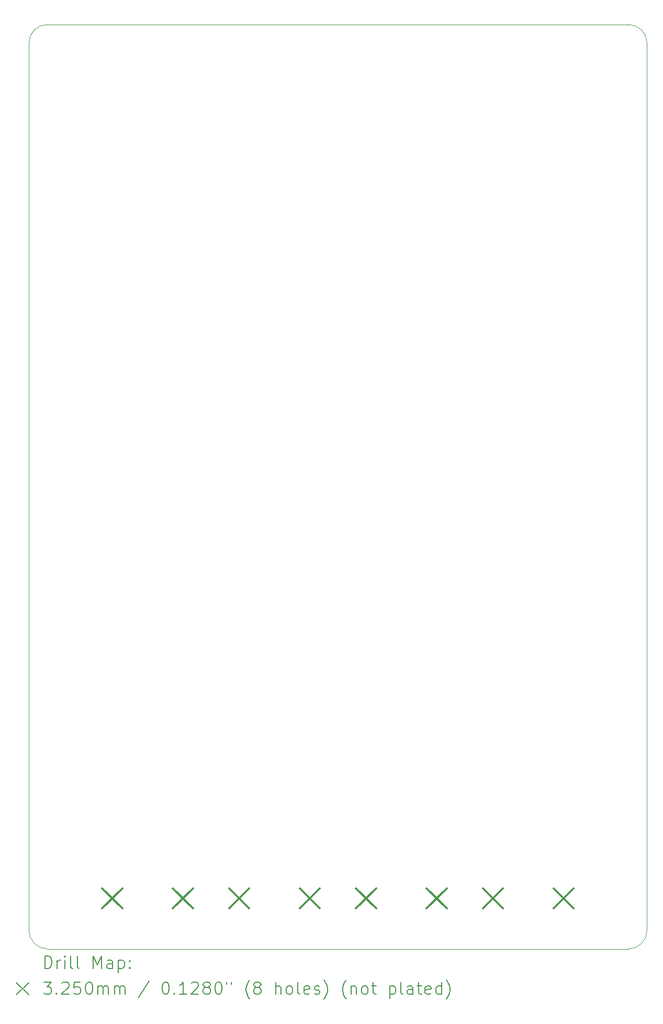
<source format=gbr>
%TF.GenerationSoftware,KiCad,Pcbnew,8.0.5-8.0.5-0~ubuntu22.04.1*%
%TF.CreationDate,2024-09-18T21:08:24+02:00*%
%TF.ProjectId,ohsim_launchpad,6f687369-6d5f-46c6-9175-6e6368706164,rev?*%
%TF.SameCoordinates,Original*%
%TF.FileFunction,Drillmap*%
%TF.FilePolarity,Positive*%
%FSLAX45Y45*%
G04 Gerber Fmt 4.5, Leading zero omitted, Abs format (unit mm)*
G04 Created by KiCad (PCBNEW 8.0.5-8.0.5-0~ubuntu22.04.1) date 2024-09-18 21:08:24*
%MOMM*%
%LPD*%
G01*
G04 APERTURE LIST*
%ADD10C,0.050000*%
%ADD11C,0.200000*%
%ADD12C,0.325000*%
G04 APERTURE END LIST*
D10*
X27500000Y-20650000D02*
G75*
G02*
X27200000Y-20950000I-300000J0D01*
G01*
X27200000Y-6000000D02*
G75*
G02*
X27500000Y-6300000I0J-300000D01*
G01*
X17500000Y-6300000D02*
X17500000Y-20650000D01*
X27200000Y-6000000D02*
X17800000Y-6000000D01*
X17800000Y-20950000D02*
X27200000Y-20950000D01*
X27500000Y-20650000D02*
X27500000Y-6300000D01*
X17500000Y-6300000D02*
G75*
G02*
X17800000Y-6000000I300000J0D01*
G01*
X17800000Y-20950000D02*
G75*
G02*
X17500000Y-20650000I0J300000D01*
G01*
D11*
D12*
X18686750Y-19972500D02*
X19011750Y-20297500D01*
X19011750Y-19972500D02*
X18686750Y-20297500D01*
X19829750Y-19972500D02*
X20154750Y-20297500D01*
X20154750Y-19972500D02*
X19829750Y-20297500D01*
X20739583Y-19972500D02*
X21064583Y-20297500D01*
X21064583Y-19972500D02*
X20739583Y-20297500D01*
X21882583Y-19972500D02*
X22207583Y-20297500D01*
X22207583Y-19972500D02*
X21882583Y-20297500D01*
X22792417Y-19972500D02*
X23117417Y-20297500D01*
X23117417Y-19972500D02*
X22792417Y-20297500D01*
X23935417Y-19972500D02*
X24260417Y-20297500D01*
X24260417Y-19972500D02*
X23935417Y-20297500D01*
X24845250Y-19972500D02*
X25170250Y-20297500D01*
X25170250Y-19972500D02*
X24845250Y-20297500D01*
X25988250Y-19972500D02*
X26313250Y-20297500D01*
X26313250Y-19972500D02*
X25988250Y-20297500D01*
D11*
X17758277Y-21263984D02*
X17758277Y-21063984D01*
X17758277Y-21063984D02*
X17805896Y-21063984D01*
X17805896Y-21063984D02*
X17834467Y-21073508D01*
X17834467Y-21073508D02*
X17853515Y-21092555D01*
X17853515Y-21092555D02*
X17863039Y-21111603D01*
X17863039Y-21111603D02*
X17872563Y-21149698D01*
X17872563Y-21149698D02*
X17872563Y-21178270D01*
X17872563Y-21178270D02*
X17863039Y-21216365D01*
X17863039Y-21216365D02*
X17853515Y-21235412D01*
X17853515Y-21235412D02*
X17834467Y-21254460D01*
X17834467Y-21254460D02*
X17805896Y-21263984D01*
X17805896Y-21263984D02*
X17758277Y-21263984D01*
X17958277Y-21263984D02*
X17958277Y-21130650D01*
X17958277Y-21168746D02*
X17967801Y-21149698D01*
X17967801Y-21149698D02*
X17977324Y-21140174D01*
X17977324Y-21140174D02*
X17996372Y-21130650D01*
X17996372Y-21130650D02*
X18015420Y-21130650D01*
X18082086Y-21263984D02*
X18082086Y-21130650D01*
X18082086Y-21063984D02*
X18072563Y-21073508D01*
X18072563Y-21073508D02*
X18082086Y-21083031D01*
X18082086Y-21083031D02*
X18091610Y-21073508D01*
X18091610Y-21073508D02*
X18082086Y-21063984D01*
X18082086Y-21063984D02*
X18082086Y-21083031D01*
X18205896Y-21263984D02*
X18186848Y-21254460D01*
X18186848Y-21254460D02*
X18177324Y-21235412D01*
X18177324Y-21235412D02*
X18177324Y-21063984D01*
X18310658Y-21263984D02*
X18291610Y-21254460D01*
X18291610Y-21254460D02*
X18282086Y-21235412D01*
X18282086Y-21235412D02*
X18282086Y-21063984D01*
X18539229Y-21263984D02*
X18539229Y-21063984D01*
X18539229Y-21063984D02*
X18605896Y-21206841D01*
X18605896Y-21206841D02*
X18672563Y-21063984D01*
X18672563Y-21063984D02*
X18672563Y-21263984D01*
X18853515Y-21263984D02*
X18853515Y-21159222D01*
X18853515Y-21159222D02*
X18843991Y-21140174D01*
X18843991Y-21140174D02*
X18824944Y-21130650D01*
X18824944Y-21130650D02*
X18786848Y-21130650D01*
X18786848Y-21130650D02*
X18767801Y-21140174D01*
X18853515Y-21254460D02*
X18834467Y-21263984D01*
X18834467Y-21263984D02*
X18786848Y-21263984D01*
X18786848Y-21263984D02*
X18767801Y-21254460D01*
X18767801Y-21254460D02*
X18758277Y-21235412D01*
X18758277Y-21235412D02*
X18758277Y-21216365D01*
X18758277Y-21216365D02*
X18767801Y-21197317D01*
X18767801Y-21197317D02*
X18786848Y-21187793D01*
X18786848Y-21187793D02*
X18834467Y-21187793D01*
X18834467Y-21187793D02*
X18853515Y-21178270D01*
X18948753Y-21130650D02*
X18948753Y-21330650D01*
X18948753Y-21140174D02*
X18967801Y-21130650D01*
X18967801Y-21130650D02*
X19005896Y-21130650D01*
X19005896Y-21130650D02*
X19024944Y-21140174D01*
X19024944Y-21140174D02*
X19034467Y-21149698D01*
X19034467Y-21149698D02*
X19043991Y-21168746D01*
X19043991Y-21168746D02*
X19043991Y-21225889D01*
X19043991Y-21225889D02*
X19034467Y-21244936D01*
X19034467Y-21244936D02*
X19024944Y-21254460D01*
X19024944Y-21254460D02*
X19005896Y-21263984D01*
X19005896Y-21263984D02*
X18967801Y-21263984D01*
X18967801Y-21263984D02*
X18948753Y-21254460D01*
X19129705Y-21244936D02*
X19139229Y-21254460D01*
X19139229Y-21254460D02*
X19129705Y-21263984D01*
X19129705Y-21263984D02*
X19120182Y-21254460D01*
X19120182Y-21254460D02*
X19129705Y-21244936D01*
X19129705Y-21244936D02*
X19129705Y-21263984D01*
X19129705Y-21140174D02*
X19139229Y-21149698D01*
X19139229Y-21149698D02*
X19129705Y-21159222D01*
X19129705Y-21159222D02*
X19120182Y-21149698D01*
X19120182Y-21149698D02*
X19129705Y-21140174D01*
X19129705Y-21140174D02*
X19129705Y-21159222D01*
X17297500Y-21492500D02*
X17497500Y-21692500D01*
X17497500Y-21492500D02*
X17297500Y-21692500D01*
X17739229Y-21483984D02*
X17863039Y-21483984D01*
X17863039Y-21483984D02*
X17796372Y-21560174D01*
X17796372Y-21560174D02*
X17824944Y-21560174D01*
X17824944Y-21560174D02*
X17843991Y-21569698D01*
X17843991Y-21569698D02*
X17853515Y-21579222D01*
X17853515Y-21579222D02*
X17863039Y-21598270D01*
X17863039Y-21598270D02*
X17863039Y-21645889D01*
X17863039Y-21645889D02*
X17853515Y-21664936D01*
X17853515Y-21664936D02*
X17843991Y-21674460D01*
X17843991Y-21674460D02*
X17824944Y-21683984D01*
X17824944Y-21683984D02*
X17767801Y-21683984D01*
X17767801Y-21683984D02*
X17748753Y-21674460D01*
X17748753Y-21674460D02*
X17739229Y-21664936D01*
X17948753Y-21664936D02*
X17958277Y-21674460D01*
X17958277Y-21674460D02*
X17948753Y-21683984D01*
X17948753Y-21683984D02*
X17939229Y-21674460D01*
X17939229Y-21674460D02*
X17948753Y-21664936D01*
X17948753Y-21664936D02*
X17948753Y-21683984D01*
X18034467Y-21503031D02*
X18043991Y-21493508D01*
X18043991Y-21493508D02*
X18063039Y-21483984D01*
X18063039Y-21483984D02*
X18110658Y-21483984D01*
X18110658Y-21483984D02*
X18129705Y-21493508D01*
X18129705Y-21493508D02*
X18139229Y-21503031D01*
X18139229Y-21503031D02*
X18148753Y-21522079D01*
X18148753Y-21522079D02*
X18148753Y-21541127D01*
X18148753Y-21541127D02*
X18139229Y-21569698D01*
X18139229Y-21569698D02*
X18024944Y-21683984D01*
X18024944Y-21683984D02*
X18148753Y-21683984D01*
X18329705Y-21483984D02*
X18234467Y-21483984D01*
X18234467Y-21483984D02*
X18224944Y-21579222D01*
X18224944Y-21579222D02*
X18234467Y-21569698D01*
X18234467Y-21569698D02*
X18253515Y-21560174D01*
X18253515Y-21560174D02*
X18301134Y-21560174D01*
X18301134Y-21560174D02*
X18320182Y-21569698D01*
X18320182Y-21569698D02*
X18329705Y-21579222D01*
X18329705Y-21579222D02*
X18339229Y-21598270D01*
X18339229Y-21598270D02*
X18339229Y-21645889D01*
X18339229Y-21645889D02*
X18329705Y-21664936D01*
X18329705Y-21664936D02*
X18320182Y-21674460D01*
X18320182Y-21674460D02*
X18301134Y-21683984D01*
X18301134Y-21683984D02*
X18253515Y-21683984D01*
X18253515Y-21683984D02*
X18234467Y-21674460D01*
X18234467Y-21674460D02*
X18224944Y-21664936D01*
X18463039Y-21483984D02*
X18482086Y-21483984D01*
X18482086Y-21483984D02*
X18501134Y-21493508D01*
X18501134Y-21493508D02*
X18510658Y-21503031D01*
X18510658Y-21503031D02*
X18520182Y-21522079D01*
X18520182Y-21522079D02*
X18529705Y-21560174D01*
X18529705Y-21560174D02*
X18529705Y-21607793D01*
X18529705Y-21607793D02*
X18520182Y-21645889D01*
X18520182Y-21645889D02*
X18510658Y-21664936D01*
X18510658Y-21664936D02*
X18501134Y-21674460D01*
X18501134Y-21674460D02*
X18482086Y-21683984D01*
X18482086Y-21683984D02*
X18463039Y-21683984D01*
X18463039Y-21683984D02*
X18443991Y-21674460D01*
X18443991Y-21674460D02*
X18434467Y-21664936D01*
X18434467Y-21664936D02*
X18424944Y-21645889D01*
X18424944Y-21645889D02*
X18415420Y-21607793D01*
X18415420Y-21607793D02*
X18415420Y-21560174D01*
X18415420Y-21560174D02*
X18424944Y-21522079D01*
X18424944Y-21522079D02*
X18434467Y-21503031D01*
X18434467Y-21503031D02*
X18443991Y-21493508D01*
X18443991Y-21493508D02*
X18463039Y-21483984D01*
X18615420Y-21683984D02*
X18615420Y-21550650D01*
X18615420Y-21569698D02*
X18624944Y-21560174D01*
X18624944Y-21560174D02*
X18643991Y-21550650D01*
X18643991Y-21550650D02*
X18672563Y-21550650D01*
X18672563Y-21550650D02*
X18691610Y-21560174D01*
X18691610Y-21560174D02*
X18701134Y-21579222D01*
X18701134Y-21579222D02*
X18701134Y-21683984D01*
X18701134Y-21579222D02*
X18710658Y-21560174D01*
X18710658Y-21560174D02*
X18729705Y-21550650D01*
X18729705Y-21550650D02*
X18758277Y-21550650D01*
X18758277Y-21550650D02*
X18777325Y-21560174D01*
X18777325Y-21560174D02*
X18786848Y-21579222D01*
X18786848Y-21579222D02*
X18786848Y-21683984D01*
X18882086Y-21683984D02*
X18882086Y-21550650D01*
X18882086Y-21569698D02*
X18891610Y-21560174D01*
X18891610Y-21560174D02*
X18910658Y-21550650D01*
X18910658Y-21550650D02*
X18939229Y-21550650D01*
X18939229Y-21550650D02*
X18958277Y-21560174D01*
X18958277Y-21560174D02*
X18967801Y-21579222D01*
X18967801Y-21579222D02*
X18967801Y-21683984D01*
X18967801Y-21579222D02*
X18977325Y-21560174D01*
X18977325Y-21560174D02*
X18996372Y-21550650D01*
X18996372Y-21550650D02*
X19024944Y-21550650D01*
X19024944Y-21550650D02*
X19043991Y-21560174D01*
X19043991Y-21560174D02*
X19053515Y-21579222D01*
X19053515Y-21579222D02*
X19053515Y-21683984D01*
X19443991Y-21474460D02*
X19272563Y-21731603D01*
X19701134Y-21483984D02*
X19720182Y-21483984D01*
X19720182Y-21483984D02*
X19739229Y-21493508D01*
X19739229Y-21493508D02*
X19748753Y-21503031D01*
X19748753Y-21503031D02*
X19758277Y-21522079D01*
X19758277Y-21522079D02*
X19767801Y-21560174D01*
X19767801Y-21560174D02*
X19767801Y-21607793D01*
X19767801Y-21607793D02*
X19758277Y-21645889D01*
X19758277Y-21645889D02*
X19748753Y-21664936D01*
X19748753Y-21664936D02*
X19739229Y-21674460D01*
X19739229Y-21674460D02*
X19720182Y-21683984D01*
X19720182Y-21683984D02*
X19701134Y-21683984D01*
X19701134Y-21683984D02*
X19682087Y-21674460D01*
X19682087Y-21674460D02*
X19672563Y-21664936D01*
X19672563Y-21664936D02*
X19663039Y-21645889D01*
X19663039Y-21645889D02*
X19653515Y-21607793D01*
X19653515Y-21607793D02*
X19653515Y-21560174D01*
X19653515Y-21560174D02*
X19663039Y-21522079D01*
X19663039Y-21522079D02*
X19672563Y-21503031D01*
X19672563Y-21503031D02*
X19682087Y-21493508D01*
X19682087Y-21493508D02*
X19701134Y-21483984D01*
X19853515Y-21664936D02*
X19863039Y-21674460D01*
X19863039Y-21674460D02*
X19853515Y-21683984D01*
X19853515Y-21683984D02*
X19843991Y-21674460D01*
X19843991Y-21674460D02*
X19853515Y-21664936D01*
X19853515Y-21664936D02*
X19853515Y-21683984D01*
X20053515Y-21683984D02*
X19939229Y-21683984D01*
X19996372Y-21683984D02*
X19996372Y-21483984D01*
X19996372Y-21483984D02*
X19977325Y-21512555D01*
X19977325Y-21512555D02*
X19958277Y-21531603D01*
X19958277Y-21531603D02*
X19939229Y-21541127D01*
X20129706Y-21503031D02*
X20139229Y-21493508D01*
X20139229Y-21493508D02*
X20158277Y-21483984D01*
X20158277Y-21483984D02*
X20205896Y-21483984D01*
X20205896Y-21483984D02*
X20224944Y-21493508D01*
X20224944Y-21493508D02*
X20234468Y-21503031D01*
X20234468Y-21503031D02*
X20243991Y-21522079D01*
X20243991Y-21522079D02*
X20243991Y-21541127D01*
X20243991Y-21541127D02*
X20234468Y-21569698D01*
X20234468Y-21569698D02*
X20120182Y-21683984D01*
X20120182Y-21683984D02*
X20243991Y-21683984D01*
X20358277Y-21569698D02*
X20339229Y-21560174D01*
X20339229Y-21560174D02*
X20329706Y-21550650D01*
X20329706Y-21550650D02*
X20320182Y-21531603D01*
X20320182Y-21531603D02*
X20320182Y-21522079D01*
X20320182Y-21522079D02*
X20329706Y-21503031D01*
X20329706Y-21503031D02*
X20339229Y-21493508D01*
X20339229Y-21493508D02*
X20358277Y-21483984D01*
X20358277Y-21483984D02*
X20396372Y-21483984D01*
X20396372Y-21483984D02*
X20415420Y-21493508D01*
X20415420Y-21493508D02*
X20424944Y-21503031D01*
X20424944Y-21503031D02*
X20434468Y-21522079D01*
X20434468Y-21522079D02*
X20434468Y-21531603D01*
X20434468Y-21531603D02*
X20424944Y-21550650D01*
X20424944Y-21550650D02*
X20415420Y-21560174D01*
X20415420Y-21560174D02*
X20396372Y-21569698D01*
X20396372Y-21569698D02*
X20358277Y-21569698D01*
X20358277Y-21569698D02*
X20339229Y-21579222D01*
X20339229Y-21579222D02*
X20329706Y-21588746D01*
X20329706Y-21588746D02*
X20320182Y-21607793D01*
X20320182Y-21607793D02*
X20320182Y-21645889D01*
X20320182Y-21645889D02*
X20329706Y-21664936D01*
X20329706Y-21664936D02*
X20339229Y-21674460D01*
X20339229Y-21674460D02*
X20358277Y-21683984D01*
X20358277Y-21683984D02*
X20396372Y-21683984D01*
X20396372Y-21683984D02*
X20415420Y-21674460D01*
X20415420Y-21674460D02*
X20424944Y-21664936D01*
X20424944Y-21664936D02*
X20434468Y-21645889D01*
X20434468Y-21645889D02*
X20434468Y-21607793D01*
X20434468Y-21607793D02*
X20424944Y-21588746D01*
X20424944Y-21588746D02*
X20415420Y-21579222D01*
X20415420Y-21579222D02*
X20396372Y-21569698D01*
X20558277Y-21483984D02*
X20577325Y-21483984D01*
X20577325Y-21483984D02*
X20596372Y-21493508D01*
X20596372Y-21493508D02*
X20605896Y-21503031D01*
X20605896Y-21503031D02*
X20615420Y-21522079D01*
X20615420Y-21522079D02*
X20624944Y-21560174D01*
X20624944Y-21560174D02*
X20624944Y-21607793D01*
X20624944Y-21607793D02*
X20615420Y-21645889D01*
X20615420Y-21645889D02*
X20605896Y-21664936D01*
X20605896Y-21664936D02*
X20596372Y-21674460D01*
X20596372Y-21674460D02*
X20577325Y-21683984D01*
X20577325Y-21683984D02*
X20558277Y-21683984D01*
X20558277Y-21683984D02*
X20539229Y-21674460D01*
X20539229Y-21674460D02*
X20529706Y-21664936D01*
X20529706Y-21664936D02*
X20520182Y-21645889D01*
X20520182Y-21645889D02*
X20510658Y-21607793D01*
X20510658Y-21607793D02*
X20510658Y-21560174D01*
X20510658Y-21560174D02*
X20520182Y-21522079D01*
X20520182Y-21522079D02*
X20529706Y-21503031D01*
X20529706Y-21503031D02*
X20539229Y-21493508D01*
X20539229Y-21493508D02*
X20558277Y-21483984D01*
X20701134Y-21483984D02*
X20701134Y-21522079D01*
X20777325Y-21483984D02*
X20777325Y-21522079D01*
X21072563Y-21760174D02*
X21063039Y-21750650D01*
X21063039Y-21750650D02*
X21043991Y-21722079D01*
X21043991Y-21722079D02*
X21034468Y-21703031D01*
X21034468Y-21703031D02*
X21024944Y-21674460D01*
X21024944Y-21674460D02*
X21015420Y-21626841D01*
X21015420Y-21626841D02*
X21015420Y-21588746D01*
X21015420Y-21588746D02*
X21024944Y-21541127D01*
X21024944Y-21541127D02*
X21034468Y-21512555D01*
X21034468Y-21512555D02*
X21043991Y-21493508D01*
X21043991Y-21493508D02*
X21063039Y-21464936D01*
X21063039Y-21464936D02*
X21072563Y-21455412D01*
X21177325Y-21569698D02*
X21158277Y-21560174D01*
X21158277Y-21560174D02*
X21148753Y-21550650D01*
X21148753Y-21550650D02*
X21139230Y-21531603D01*
X21139230Y-21531603D02*
X21139230Y-21522079D01*
X21139230Y-21522079D02*
X21148753Y-21503031D01*
X21148753Y-21503031D02*
X21158277Y-21493508D01*
X21158277Y-21493508D02*
X21177325Y-21483984D01*
X21177325Y-21483984D02*
X21215420Y-21483984D01*
X21215420Y-21483984D02*
X21234468Y-21493508D01*
X21234468Y-21493508D02*
X21243991Y-21503031D01*
X21243991Y-21503031D02*
X21253515Y-21522079D01*
X21253515Y-21522079D02*
X21253515Y-21531603D01*
X21253515Y-21531603D02*
X21243991Y-21550650D01*
X21243991Y-21550650D02*
X21234468Y-21560174D01*
X21234468Y-21560174D02*
X21215420Y-21569698D01*
X21215420Y-21569698D02*
X21177325Y-21569698D01*
X21177325Y-21569698D02*
X21158277Y-21579222D01*
X21158277Y-21579222D02*
X21148753Y-21588746D01*
X21148753Y-21588746D02*
X21139230Y-21607793D01*
X21139230Y-21607793D02*
X21139230Y-21645889D01*
X21139230Y-21645889D02*
X21148753Y-21664936D01*
X21148753Y-21664936D02*
X21158277Y-21674460D01*
X21158277Y-21674460D02*
X21177325Y-21683984D01*
X21177325Y-21683984D02*
X21215420Y-21683984D01*
X21215420Y-21683984D02*
X21234468Y-21674460D01*
X21234468Y-21674460D02*
X21243991Y-21664936D01*
X21243991Y-21664936D02*
X21253515Y-21645889D01*
X21253515Y-21645889D02*
X21253515Y-21607793D01*
X21253515Y-21607793D02*
X21243991Y-21588746D01*
X21243991Y-21588746D02*
X21234468Y-21579222D01*
X21234468Y-21579222D02*
X21215420Y-21569698D01*
X21491611Y-21683984D02*
X21491611Y-21483984D01*
X21577325Y-21683984D02*
X21577325Y-21579222D01*
X21577325Y-21579222D02*
X21567801Y-21560174D01*
X21567801Y-21560174D02*
X21548753Y-21550650D01*
X21548753Y-21550650D02*
X21520182Y-21550650D01*
X21520182Y-21550650D02*
X21501134Y-21560174D01*
X21501134Y-21560174D02*
X21491611Y-21569698D01*
X21701134Y-21683984D02*
X21682087Y-21674460D01*
X21682087Y-21674460D02*
X21672563Y-21664936D01*
X21672563Y-21664936D02*
X21663039Y-21645889D01*
X21663039Y-21645889D02*
X21663039Y-21588746D01*
X21663039Y-21588746D02*
X21672563Y-21569698D01*
X21672563Y-21569698D02*
X21682087Y-21560174D01*
X21682087Y-21560174D02*
X21701134Y-21550650D01*
X21701134Y-21550650D02*
X21729706Y-21550650D01*
X21729706Y-21550650D02*
X21748753Y-21560174D01*
X21748753Y-21560174D02*
X21758277Y-21569698D01*
X21758277Y-21569698D02*
X21767801Y-21588746D01*
X21767801Y-21588746D02*
X21767801Y-21645889D01*
X21767801Y-21645889D02*
X21758277Y-21664936D01*
X21758277Y-21664936D02*
X21748753Y-21674460D01*
X21748753Y-21674460D02*
X21729706Y-21683984D01*
X21729706Y-21683984D02*
X21701134Y-21683984D01*
X21882087Y-21683984D02*
X21863039Y-21674460D01*
X21863039Y-21674460D02*
X21853515Y-21655412D01*
X21853515Y-21655412D02*
X21853515Y-21483984D01*
X22034468Y-21674460D02*
X22015420Y-21683984D01*
X22015420Y-21683984D02*
X21977325Y-21683984D01*
X21977325Y-21683984D02*
X21958277Y-21674460D01*
X21958277Y-21674460D02*
X21948753Y-21655412D01*
X21948753Y-21655412D02*
X21948753Y-21579222D01*
X21948753Y-21579222D02*
X21958277Y-21560174D01*
X21958277Y-21560174D02*
X21977325Y-21550650D01*
X21977325Y-21550650D02*
X22015420Y-21550650D01*
X22015420Y-21550650D02*
X22034468Y-21560174D01*
X22034468Y-21560174D02*
X22043992Y-21579222D01*
X22043992Y-21579222D02*
X22043992Y-21598270D01*
X22043992Y-21598270D02*
X21948753Y-21617317D01*
X22120182Y-21674460D02*
X22139230Y-21683984D01*
X22139230Y-21683984D02*
X22177325Y-21683984D01*
X22177325Y-21683984D02*
X22196373Y-21674460D01*
X22196373Y-21674460D02*
X22205896Y-21655412D01*
X22205896Y-21655412D02*
X22205896Y-21645889D01*
X22205896Y-21645889D02*
X22196373Y-21626841D01*
X22196373Y-21626841D02*
X22177325Y-21617317D01*
X22177325Y-21617317D02*
X22148753Y-21617317D01*
X22148753Y-21617317D02*
X22129706Y-21607793D01*
X22129706Y-21607793D02*
X22120182Y-21588746D01*
X22120182Y-21588746D02*
X22120182Y-21579222D01*
X22120182Y-21579222D02*
X22129706Y-21560174D01*
X22129706Y-21560174D02*
X22148753Y-21550650D01*
X22148753Y-21550650D02*
X22177325Y-21550650D01*
X22177325Y-21550650D02*
X22196373Y-21560174D01*
X22272563Y-21760174D02*
X22282087Y-21750650D01*
X22282087Y-21750650D02*
X22301134Y-21722079D01*
X22301134Y-21722079D02*
X22310658Y-21703031D01*
X22310658Y-21703031D02*
X22320182Y-21674460D01*
X22320182Y-21674460D02*
X22329706Y-21626841D01*
X22329706Y-21626841D02*
X22329706Y-21588746D01*
X22329706Y-21588746D02*
X22320182Y-21541127D01*
X22320182Y-21541127D02*
X22310658Y-21512555D01*
X22310658Y-21512555D02*
X22301134Y-21493508D01*
X22301134Y-21493508D02*
X22282087Y-21464936D01*
X22282087Y-21464936D02*
X22272563Y-21455412D01*
X22634468Y-21760174D02*
X22624944Y-21750650D01*
X22624944Y-21750650D02*
X22605896Y-21722079D01*
X22605896Y-21722079D02*
X22596372Y-21703031D01*
X22596372Y-21703031D02*
X22586849Y-21674460D01*
X22586849Y-21674460D02*
X22577325Y-21626841D01*
X22577325Y-21626841D02*
X22577325Y-21588746D01*
X22577325Y-21588746D02*
X22586849Y-21541127D01*
X22586849Y-21541127D02*
X22596372Y-21512555D01*
X22596372Y-21512555D02*
X22605896Y-21493508D01*
X22605896Y-21493508D02*
X22624944Y-21464936D01*
X22624944Y-21464936D02*
X22634468Y-21455412D01*
X22710658Y-21550650D02*
X22710658Y-21683984D01*
X22710658Y-21569698D02*
X22720182Y-21560174D01*
X22720182Y-21560174D02*
X22739230Y-21550650D01*
X22739230Y-21550650D02*
X22767801Y-21550650D01*
X22767801Y-21550650D02*
X22786849Y-21560174D01*
X22786849Y-21560174D02*
X22796372Y-21579222D01*
X22796372Y-21579222D02*
X22796372Y-21683984D01*
X22920182Y-21683984D02*
X22901134Y-21674460D01*
X22901134Y-21674460D02*
X22891611Y-21664936D01*
X22891611Y-21664936D02*
X22882087Y-21645889D01*
X22882087Y-21645889D02*
X22882087Y-21588746D01*
X22882087Y-21588746D02*
X22891611Y-21569698D01*
X22891611Y-21569698D02*
X22901134Y-21560174D01*
X22901134Y-21560174D02*
X22920182Y-21550650D01*
X22920182Y-21550650D02*
X22948753Y-21550650D01*
X22948753Y-21550650D02*
X22967801Y-21560174D01*
X22967801Y-21560174D02*
X22977325Y-21569698D01*
X22977325Y-21569698D02*
X22986849Y-21588746D01*
X22986849Y-21588746D02*
X22986849Y-21645889D01*
X22986849Y-21645889D02*
X22977325Y-21664936D01*
X22977325Y-21664936D02*
X22967801Y-21674460D01*
X22967801Y-21674460D02*
X22948753Y-21683984D01*
X22948753Y-21683984D02*
X22920182Y-21683984D01*
X23043992Y-21550650D02*
X23120182Y-21550650D01*
X23072563Y-21483984D02*
X23072563Y-21655412D01*
X23072563Y-21655412D02*
X23082087Y-21674460D01*
X23082087Y-21674460D02*
X23101134Y-21683984D01*
X23101134Y-21683984D02*
X23120182Y-21683984D01*
X23339230Y-21550650D02*
X23339230Y-21750650D01*
X23339230Y-21560174D02*
X23358277Y-21550650D01*
X23358277Y-21550650D02*
X23396373Y-21550650D01*
X23396373Y-21550650D02*
X23415420Y-21560174D01*
X23415420Y-21560174D02*
X23424944Y-21569698D01*
X23424944Y-21569698D02*
X23434468Y-21588746D01*
X23434468Y-21588746D02*
X23434468Y-21645889D01*
X23434468Y-21645889D02*
X23424944Y-21664936D01*
X23424944Y-21664936D02*
X23415420Y-21674460D01*
X23415420Y-21674460D02*
X23396373Y-21683984D01*
X23396373Y-21683984D02*
X23358277Y-21683984D01*
X23358277Y-21683984D02*
X23339230Y-21674460D01*
X23548753Y-21683984D02*
X23529706Y-21674460D01*
X23529706Y-21674460D02*
X23520182Y-21655412D01*
X23520182Y-21655412D02*
X23520182Y-21483984D01*
X23710658Y-21683984D02*
X23710658Y-21579222D01*
X23710658Y-21579222D02*
X23701134Y-21560174D01*
X23701134Y-21560174D02*
X23682087Y-21550650D01*
X23682087Y-21550650D02*
X23643992Y-21550650D01*
X23643992Y-21550650D02*
X23624944Y-21560174D01*
X23710658Y-21674460D02*
X23691611Y-21683984D01*
X23691611Y-21683984D02*
X23643992Y-21683984D01*
X23643992Y-21683984D02*
X23624944Y-21674460D01*
X23624944Y-21674460D02*
X23615420Y-21655412D01*
X23615420Y-21655412D02*
X23615420Y-21636365D01*
X23615420Y-21636365D02*
X23624944Y-21617317D01*
X23624944Y-21617317D02*
X23643992Y-21607793D01*
X23643992Y-21607793D02*
X23691611Y-21607793D01*
X23691611Y-21607793D02*
X23710658Y-21598270D01*
X23777325Y-21550650D02*
X23853515Y-21550650D01*
X23805896Y-21483984D02*
X23805896Y-21655412D01*
X23805896Y-21655412D02*
X23815420Y-21674460D01*
X23815420Y-21674460D02*
X23834468Y-21683984D01*
X23834468Y-21683984D02*
X23853515Y-21683984D01*
X23996373Y-21674460D02*
X23977325Y-21683984D01*
X23977325Y-21683984D02*
X23939230Y-21683984D01*
X23939230Y-21683984D02*
X23920182Y-21674460D01*
X23920182Y-21674460D02*
X23910658Y-21655412D01*
X23910658Y-21655412D02*
X23910658Y-21579222D01*
X23910658Y-21579222D02*
X23920182Y-21560174D01*
X23920182Y-21560174D02*
X23939230Y-21550650D01*
X23939230Y-21550650D02*
X23977325Y-21550650D01*
X23977325Y-21550650D02*
X23996373Y-21560174D01*
X23996373Y-21560174D02*
X24005896Y-21579222D01*
X24005896Y-21579222D02*
X24005896Y-21598270D01*
X24005896Y-21598270D02*
X23910658Y-21617317D01*
X24177325Y-21683984D02*
X24177325Y-21483984D01*
X24177325Y-21674460D02*
X24158277Y-21683984D01*
X24158277Y-21683984D02*
X24120182Y-21683984D01*
X24120182Y-21683984D02*
X24101134Y-21674460D01*
X24101134Y-21674460D02*
X24091611Y-21664936D01*
X24091611Y-21664936D02*
X24082087Y-21645889D01*
X24082087Y-21645889D02*
X24082087Y-21588746D01*
X24082087Y-21588746D02*
X24091611Y-21569698D01*
X24091611Y-21569698D02*
X24101134Y-21560174D01*
X24101134Y-21560174D02*
X24120182Y-21550650D01*
X24120182Y-21550650D02*
X24158277Y-21550650D01*
X24158277Y-21550650D02*
X24177325Y-21560174D01*
X24253515Y-21760174D02*
X24263039Y-21750650D01*
X24263039Y-21750650D02*
X24282087Y-21722079D01*
X24282087Y-21722079D02*
X24291611Y-21703031D01*
X24291611Y-21703031D02*
X24301134Y-21674460D01*
X24301134Y-21674460D02*
X24310658Y-21626841D01*
X24310658Y-21626841D02*
X24310658Y-21588746D01*
X24310658Y-21588746D02*
X24301134Y-21541127D01*
X24301134Y-21541127D02*
X24291611Y-21512555D01*
X24291611Y-21512555D02*
X24282087Y-21493508D01*
X24282087Y-21493508D02*
X24263039Y-21464936D01*
X24263039Y-21464936D02*
X24253515Y-21455412D01*
M02*

</source>
